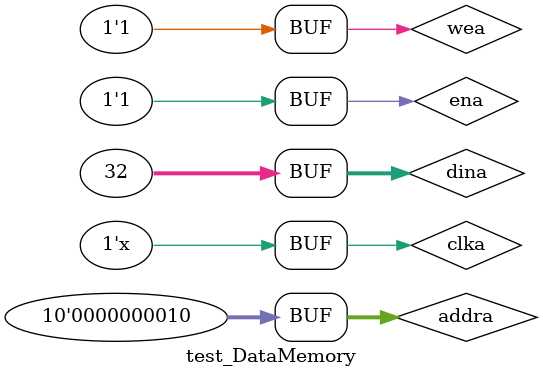
<source format=v>
`timescale 1ns / 1ps


module test_DataMemory;

	// Inputs
	reg clka;
	reg ena;
	reg wea;
	reg [9:0] addra;
	reg [31:0] dina;

	// Outputs
	wire [31:0] douta;

	// Instantiate the Unit Under Test (UUT)
	Data_Memory uut (
		.clka(clka), 
		.ena(ena), 
		.wea(wea), 
		.addra(addra), 
		.dina(dina), 
		.douta(douta)
	);

	initial begin
		// Initialize Inputs
		clka = 0;
		ena = 0;
		wea = 0;
		addra = 2;
		dina = 0;

		// Wait 100 ns for global reset to finish
		#20;
		ena = 1;
		#20;
		
		wea = 1;
		ena = 1;
		dina = 32;
        
		// Add stimulus here

	end
      
	always #10 clka = ~clka;
endmodule


</source>
